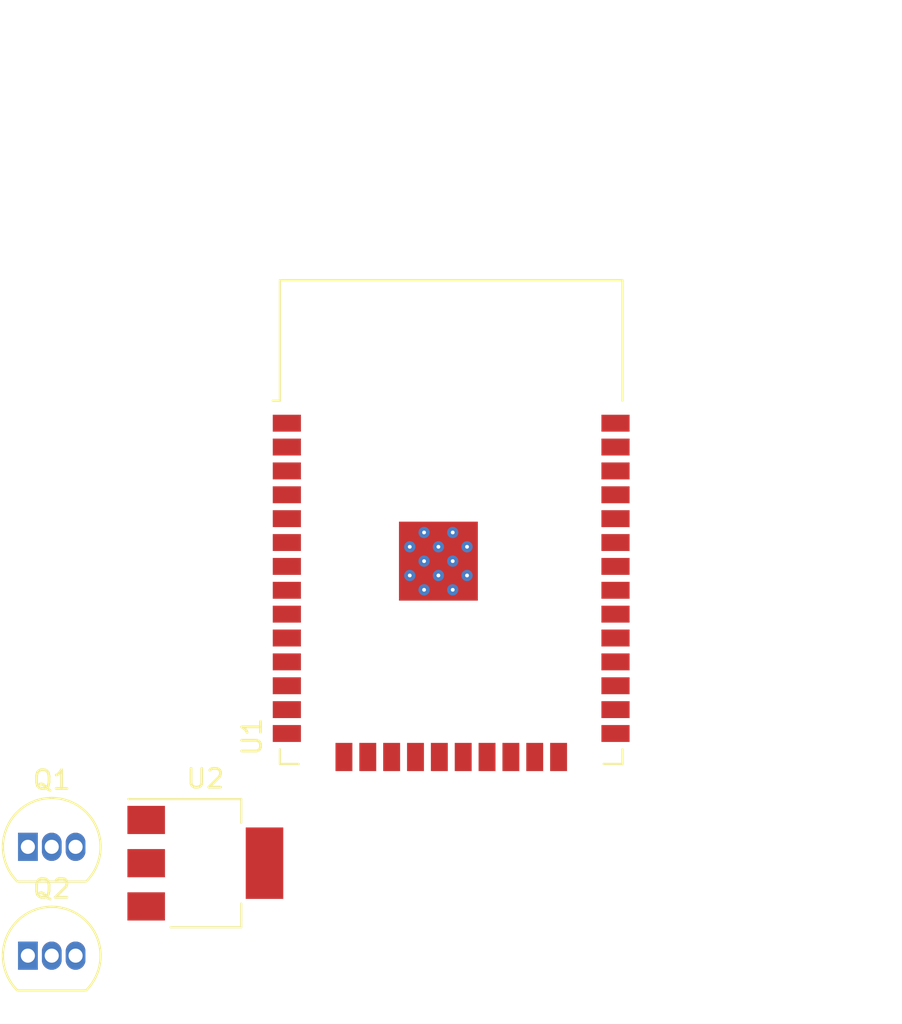
<source format=kicad_pcb>
(kicad_pcb (version 20221018) (generator pcbnew)
  (layers (0 "F.Cu" signal) (31 "B.Cu" signal) (34 "B.Paste" user) (35 "F.Paste" user) (36 "B.SilkS" user "B.Silkscreen") (37 "F.SilkS" user "F.Silkscreen") (38 "B.Mask" user) (39 "F.Mask" user) (44 "Edge.Cuts" user))
  (net 0 "")
  (net 1 "/DTR")
  (net 2 "Net-(Q1-B)")
  (net 3 "/IO0")
  (net 4 "/RTS")
  (net 5 "Net-(Q2-B)")
  (net 6 "/EN")
  (net 7 "GND")
  (net 8 "/3V3")
  (net 37 "/RXD0")
  (net 38 "/TXD0")
  (net 41 "/Vin")
  (footprint "Package_TO_SOT_THT:TO-92_Inline" (layer "F.Cu") (at 38.71 77.82)
    (fp_text reference "Q2" (at 1.27 -3.56) (layer "F.SilkS"))
    (fp_text value "S8050")
    (fp_line (start -0.53 1.85) (end 3.07 1.85) (stroke (width 0.12)) (layer "F.SilkS"))
    (fp_arc (start -0.568478 1.838478) (mid -1.132087 -0.994977) (end 1.27 -2.6) (stroke (width 0.12)) (layer "F.SilkS"))
    (fp_arc (start 1.27 -2.6) (mid 3.672087 -0.994977) (end 3.108478 1.838478) (stroke (width 0.12)) (layer "F.SilkS"))
    (pad "1" thru_hole rect (at 0 0) (size 1.05 1.5) (drill 0.75) (layers "*.Cu" "*.Mask") (net 4 "/RTS"))
    (pad "2" thru_hole oval (at 1.27 0) (size 1.05 1.5) (drill 0.75) (layers "*.Cu" "*.Mask") (net 5 "Net-(Q2-B)"))
    (pad "3" thru_hole oval (at 2.54 0) (size 1.05 1.5) (drill 0.75) (layers "*.Cu" "*.Mask") (net 6 "/EN"))
  )
  (footprint "Package_TO_SOT_SMD:SOT-223-3_TabPin2" (layer "F.Cu") (at 48.16 72.9)
    (fp_text reference "U2" (at 0 -4.5) (layer "F.SilkS"))
    (fp_text value "NCP1117-1.5_SOT223")
    (fp_line (start -4.1 -3.41) (end 1.91 -3.41) (stroke (width 0.12)) (layer "F.SilkS"))
    (fp_line (start -1.85 3.41) (end 1.91 3.41) (stroke (width 0.12)) (layer "F.SilkS"))
    (fp_line (start 1.91 -3.41) (end 1.91 -2.15) (stroke (width 0.12)) (layer "F.SilkS"))
    (fp_line (start 1.91 3.41) (end 1.91 2.15) (stroke (width 0.12)) (layer "F.SilkS"))
    (pad "1" smd rect (at -3.15 -2.3) (size 2 1.5) (layers "F.Cu" "F.Paste" "F.Mask") (net 7 "GND"))
    (pad "2" smd rect (at -3.15 0) (size 2 1.5) (layers "F.Cu" "F.Paste" "F.Mask") (net 8 "/3V3"))
    (pad "2" smd rect (at 3.15 0) (size 2 3.8) (layers "F.Cu" "F.Paste" "F.Mask") (net 8 "/3V3"))
    (pad "3" smd rect (at -3.15 2.3) (size 2 1.5) (layers "F.Cu" "F.Paste" "F.Mask") (net 41 "/Vin"))
  )
  (footprint "RF_Module:ESP32-WROOM-32" (layer "F.Cu") (at 61.25 57.74)
    (fp_text reference "U1" (at -10.61 8.43 90) (layer "F.SilkS"))
    (fp_text value "ESP32-WROOM-32")
    (fp_line (start -9.12 -15.86) (end -9.12 -9.445) (stroke (width 0.12)) (layer "F.SilkS"))
    (fp_line (start -9.12 -15.86) (end 9.12 -15.86) (stroke (width 0.12)) (layer "F.SilkS"))
    (fp_line (start -9.12 -9.445) (end -9.5 -9.445) (stroke (width 0.12)) (layer "F.SilkS"))
    (fp_line (start -9.12 9.1) (end -9.12 9.88) (stroke (width 0.12)) (layer "F.SilkS"))
    (fp_line (start -9.12 9.88) (end -8.12 9.88) (stroke (width 0.12)) (layer "F.SilkS"))
    (fp_line (start 9.12 -15.86) (end 9.12 -9.445) (stroke (width 0.12)) (layer "F.SilkS"))
    (fp_line (start 9.12 9.1) (end 9.12 9.88) (stroke (width 0.12)) (layer "F.SilkS"))
    (fp_line (start 9.12 9.88) (end 8.12 9.88) (stroke (width 0.12)) (layer "F.SilkS"))
    (pad "1" smd rect (at -8.75 -8.25) (size 1.5 0.9) (layers "F.Cu" "F.Paste" "F.Mask") (net 7 "GND"))
    (pad "2" smd rect (at -8.75 -6.98) (size 1.5 0.9) (layers "F.Cu" "F.Paste" "F.Mask") (net 8 "/3V3"))
    (pad "3" smd rect (at -8.75 -5.71) (size 1.5 0.9) (layers "F.Cu" "F.Paste" "F.Mask") (net 6 "/EN"))
    (pad "4" smd rect (at -8.75 -4.44) (size 1.5 0.9) (layers "F.Cu" "F.Paste" "F.Mask"))
    (pad "5" smd rect (at -8.75 -3.17) (size 1.5 0.9) (layers "F.Cu" "F.Paste" "F.Mask"))
    (pad "6" smd rect (at -8.75 -1.9) (size 1.5 0.9) (layers "F.Cu" "F.Paste" "F.Mask"))
    (pad "7" smd rect (at -8.75 -0.63) (size 1.5 0.9) (layers "F.Cu" "F.Paste" "F.Mask"))
    (pad "8" smd rect (at -8.75 0.64) (size 1.5 0.9) (layers "F.Cu" "F.Paste" "F.Mask"))
    (pad "9" smd rect (at -8.75 1.91) (size 1.5 0.9) (layers "F.Cu" "F.Paste" "F.Mask"))
    (pad "10" smd rect (at -8.75 3.18) (size 1.5 0.9) (layers "F.Cu" "F.Paste" "F.Mask"))
    (pad "11" smd rect (at -8.75 4.45) (size 1.5 0.9) (layers "F.Cu" "F.Paste" "F.Mask"))
    (pad "12" smd rect (at -8.75 5.72) (size 1.5 0.9) (layers "F.Cu" "F.Paste" "F.Mask"))
    (pad "13" smd rect (at -8.75 6.99) (size 1.5 0.9) (layers "F.Cu" "F.Paste" "F.Mask"))
    (pad "14" smd rect (at -8.75 8.26) (size 1.5 0.9) (layers "F.Cu" "F.Paste" "F.Mask"))
    (pad "15" smd rect (at -5.71 9.51 90) (size 1.5 0.9) (layers "F.Cu" "F.Paste" "F.Mask") (net 7 "GND"))
    (pad "16" smd rect (at -4.44 9.51 90) (size 1.5 0.9) (layers "F.Cu" "F.Paste" "F.Mask"))
    (pad "17" smd rect (at -3.17 9.51 90) (size 1.5 0.9) (layers "F.Cu" "F.Paste" "F.Mask"))
    (pad "18" smd rect (at -1.9 9.51 90) (size 1.5 0.9) (layers "F.Cu" "F.Paste" "F.Mask"))
    (pad "19" smd rect (at -0.63 9.51 90) (size 1.5 0.9) (layers "F.Cu" "F.Paste" "F.Mask"))
    (pad "20" smd rect (at 0.64 9.51 90) (size 1.5 0.9) (layers "F.Cu" "F.Paste" "F.Mask"))
    (pad "21" smd rect (at 1.91 9.51 90) (size 1.5 0.9) (layers "F.Cu" "F.Paste" "F.Mask"))
    (pad "22" smd rect (at 3.18 9.51 90) (size 1.5 0.9) (layers "F.Cu" "F.Paste" "F.Mask"))
    (pad "23" smd rect (at 4.45 9.51 90) (size 1.5 0.9) (layers "F.Cu" "F.Paste" "F.Mask"))
    (pad "24" smd rect (at 5.72 9.51 90) (size 1.5 0.9) (layers "F.Cu" "F.Paste" "F.Mask"))
    (pad "25" smd rect (at 8.75 8.26) (size 1.5 0.9) (layers "F.Cu" "F.Paste" "F.Mask") (net 3 "/IO0"))
    (pad "26" smd rect (at 8.75 6.99) (size 1.5 0.9) (layers "F.Cu" "F.Paste" "F.Mask"))
    (pad "27" smd rect (at 8.75 5.72) (size 1.5 0.9) (layers "F.Cu" "F.Paste" "F.Mask"))
    (pad "28" smd rect (at 8.75 4.45) (size 1.5 0.9) (layers "F.Cu" "F.Paste" "F.Mask"))
    (pad "29" smd rect (at 8.75 3.18) (size 1.5 0.9) (layers "F.Cu" "F.Paste" "F.Mask"))
    (pad "30" smd rect (at 8.75 1.91) (size 1.5 0.9) (layers "F.Cu" "F.Paste" "F.Mask"))
    (pad "31" smd rect (at 8.75 0.64) (size 1.5 0.9) (layers "F.Cu" "F.Paste" "F.Mask"))
    (pad "32" smd rect (at 8.75 -0.63) (size 1.5 0.9) (layers "F.Cu" "F.Paste" "F.Mask"))
    (pad "33" smd rect (at 8.75 -1.9) (size 1.5 0.9) (layers "F.Cu" "F.Paste" "F.Mask"))
    (pad "34" smd rect (at 8.75 -3.17) (size 1.5 0.9) (layers "F.Cu" "F.Paste" "F.Mask") (net 37 "/RXD0"))
    (pad "35" smd rect (at 8.75 -4.44) (size 1.5 0.9) (layers "F.Cu" "F.Paste" "F.Mask") (net 38 "/TXD0"))
    (pad "36" smd rect (at 8.75 -5.71) (size 1.5 0.9) (layers "F.Cu" "F.Paste" "F.Mask"))
    (pad "37" smd rect (at 8.75 -6.98) (size 1.5 0.9) (layers "F.Cu" "F.Paste" "F.Mask"))
    (pad "38" smd rect (at 8.75 -8.25) (size 1.5 0.9) (layers "F.Cu" "F.Paste" "F.Mask") (net 7 "GND"))
    (pad "39" smd rect (at -2.205 -2.435) (size 1.05 1.05) (layers "F.Cu" "F.Paste") (net 7 "GND"))
    (pad "39" thru_hole circle (at -2.205 -1.6725) (size 0.6 0.6) (drill 0.2) (property pad_prop_heatsink) (layers "*.Cu" "F.Mask") (net 7 "GND"))
    (pad "39" smd rect (at -2.205 -0.91) (size 1.05 1.05) (layers "F.Cu" "F.Paste") (net 7 "GND"))
    (pad "39" thru_hole circle (at -2.205 -0.1475) (size 0.6 0.6) (drill 0.2) (property pad_prop_heatsink) (layers "*.Cu" "F.Mask") (net 7 "GND"))
    (pad "39" smd rect (at -2.205 0.615) (size 1.05 1.05) (layers "F.Cu" "F.Paste") (net 7 "GND"))
    (pad "39" thru_hole circle (at -1.4425 -2.435) (size 0.6 0.6) (drill 0.2) (property pad_prop_heatsink) (layers "*.Cu" "F.Mask") (net 7 "GND"))
    (pad "39" thru_hole circle (at -1.4425 -0.91) (size 0.6 0.6) (drill 0.2) (property pad_prop_heatsink) (layers "*.Cu" "F.Mask") (net 7 "GND"))
    (pad "39" thru_hole circle (at -1.4425 0.615) (size 0.6 0.6) (drill 0.2) (property pad_prop_heatsink) (layers "*.Cu" "F.Mask") (net 7 "GND"))
    (pad "39" smd rect (at -0.68 -2.435) (size 1.05 1.05) (layers "F.Cu" "F.Paste") (net 7 "GND"))
    (pad "39" thru_hole circle (at -0.68 -1.6725) (size 0.6 0.6) (drill 0.2) (property pad_prop_heatsink) (layers "*.Cu" "F.Mask") (net 7 "GND"))
    (pad "39" smd rect (at -0.68 -0.91) (size 1.05 1.05) (layers "F.Cu" "F.Paste") (net 7 "GND"))
    (pad "39" smd rect (at -0.68 -0.91) (size 4.2 4.2) (layers "F.Cu" "F.Mask") (net 7 "GND"))
    (pad "39" thru_hole circle (at -0.68 -0.1475) (size 0.6 0.6) (drill 0.2) (property pad_prop_heatsink) (layers "*.Cu" "F.Mask") (net 7 "GND"))
    (pad "39" smd rect (at -0.68 0.615) (size 1.05 1.05) (layers "F.Cu" "F.Paste") (net 7 "GND"))
    (pad "39" thru_hole circle (at 0.0825 -2.435) (size 0.6 0.6) (drill 0.2) (property pad_prop_heatsink) (layers "*.Cu" "F.Mask") (net 7 "GND"))
    (pad "39" thru_hole circle (at 0.0825 -0.91) (size 0.6 0.6) (drill 0.2) (property pad_prop_heatsink) (layers "*.Cu" "F.Mask") (net 7 "GND"))
    (pad "39" thru_hole circle (at 0.0825 0.615) (size 0.6 0.6) (drill 0.2) (property pad_prop_heatsink) (layers "*.Cu" "F.Mask") (net 7 "GND"))
    (pad "39" smd rect (at 0.845 -2.435) (size 1.05 1.05) (layers "F.Cu" "F.Paste") (net 7 "GND"))
    (pad "39" thru_hole circle (at 0.845 -1.6725) (size 0.6 0.6) (drill 0.2) (property pad_prop_heatsink) (layers "*.Cu" "F.Mask") (net 7 "GND"))
    (pad "39" smd rect (at 0.845 -0.91) (size 1.05 1.05) (layers "F.Cu" "F.Paste") (net 7 "GND"))
    (pad "39" thru_hole circle (at 0.845 -0.1475) (size 0.6 0.6) (drill 0.2) (property pad_prop_heatsink) (layers "*.Cu" "F.Mask") (net 7 "GND"))
    (pad "39" smd rect (at 0.845 0.615) (size 1.05 1.05) (layers "F.Cu" "F.Paste") (net 7 "GND"))
  )
  (footprint "Package_TO_SOT_THT:TO-92_Inline" (layer "F.Cu") (at 38.71 72.03)
    (fp_text reference "Q1" (at 1.27 -3.56) (layer "F.SilkS"))
    (fp_text value "S8050")
    (fp_line (start -0.53 1.85) (end 3.07 1.85) (stroke (width 0.12)) (layer "F.SilkS"))
    (fp_arc (start -0.568478 1.838478) (mid -1.132087 -0.994977) (end 1.27 -2.6) (stroke (width 0.12)) (layer "F.SilkS"))
    (fp_arc (start 1.27 -2.6) (mid 3.672087 -0.994977) (end 3.108478 1.838478) (stroke (width 0.12)) (layer "F.SilkS"))
    (pad "1" thru_hole rect (at 0 0) (size 1.05 1.5) (drill 0.75) (layers "*.Cu" "*.Mask") (net 1 "/DTR"))
    (pad "2" thru_hole oval (at 1.27 0) (size 1.05 1.5) (drill 0.75) (layers "*.Cu" "*.Mask") (net 2 "Net-(Q1-B)"))
    (pad "3" thru_hole oval (at 2.54 0) (size 1.05 1.5) (drill 0.75) (layers "*.Cu" "*.Mask") (net 3 "/IO0"))
  )
)
</source>
